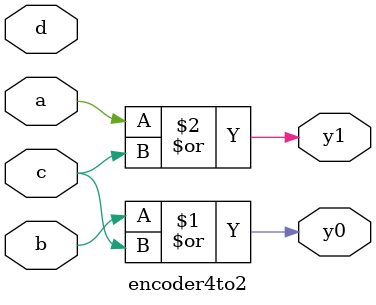
<source format=v>
module encoder4to2(input a,b,c,d,output y0,y1);
assign y0=b|c;
assign y1=a|c;
endmodule

</source>
